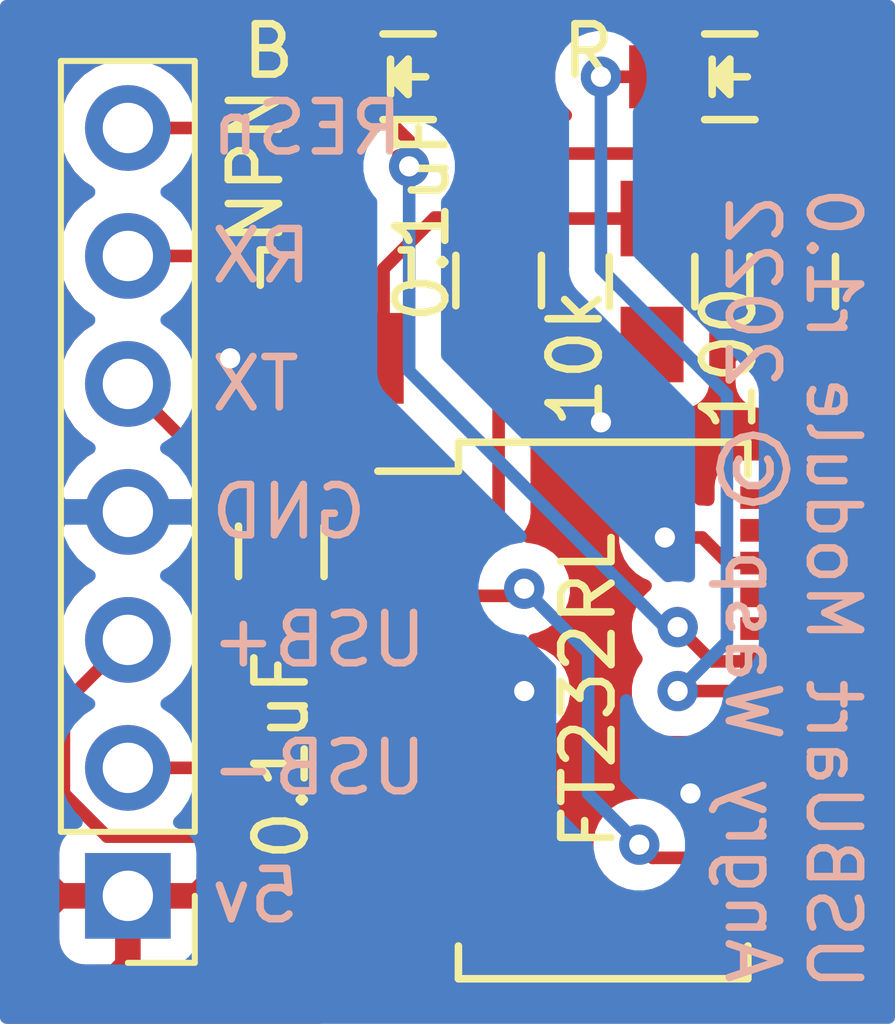
<source format=kicad_pcb>
(kicad_pcb (version 20171130) (host pcbnew "(5.1.12)-1")

  (general
    (thickness 1.6)
    (drawings 8)
    (tracks 111)
    (zones 0)
    (modules 9)
    (nets 25)
  )

  (page A4)
  (layers
    (0 F.Cu signal)
    (31 B.Cu signal)
    (32 B.Adhes user hide)
    (33 F.Adhes user hide)
    (34 B.Paste user hide)
    (35 F.Paste user hide)
    (36 B.SilkS user)
    (37 F.SilkS user)
    (38 B.Mask user)
    (39 F.Mask user)
    (40 Dwgs.User user hide)
    (41 Cmts.User user hide)
    (42 Eco1.User user hide)
    (43 Eco2.User user hide)
    (44 Edge.Cuts user)
    (45 Margin user hide)
    (46 B.CrtYd user)
    (47 F.CrtYd user)
    (48 B.Fab user hide)
    (49 F.Fab user hide)
  )

  (setup
    (last_trace_width 0.25)
    (user_trace_width 0.25)
    (user_trace_width 0.4)
    (user_trace_width 0.5)
    (trace_clearance 0.2)
    (zone_clearance 0.508)
    (zone_45_only no)
    (trace_min 0.2)
    (via_size 0.8)
    (via_drill 0.4)
    (via_min_size 0.4)
    (via_min_drill 0.3)
    (user_via 0.8 0.4)
    (user_via 1.2 0.6)
    (uvia_size 0.3)
    (uvia_drill 0.1)
    (uvias_allowed no)
    (uvia_min_size 0.2)
    (uvia_min_drill 0.1)
    (edge_width 0.1)
    (segment_width 0.2)
    (pcb_text_width 0.3)
    (pcb_text_size 1.5 1.5)
    (mod_edge_width 0.15)
    (mod_text_size 1 1)
    (mod_text_width 0.15)
    (pad_size 1.524 1.524)
    (pad_drill 0.762)
    (pad_to_mask_clearance 0)
    (aux_axis_origin 0 0)
    (visible_elements 7FFFFFFF)
    (pcbplotparams
      (layerselection 0x010fc_ffffffff)
      (usegerberextensions false)
      (usegerberattributes true)
      (usegerberadvancedattributes true)
      (creategerberjobfile true)
      (excludeedgelayer true)
      (linewidth 0.100000)
      (plotframeref false)
      (viasonmask false)
      (mode 1)
      (useauxorigin false)
      (hpglpennumber 1)
      (hpglpenspeed 20)
      (hpglpendiameter 15.000000)
      (psnegative false)
      (psa4output false)
      (plotreference true)
      (plotvalue true)
      (plotinvisibletext false)
      (padsonsilk false)
      (subtractmaskfromsilk false)
      (outputformat 1)
      (mirror false)
      (drillshape 1)
      (scaleselection 1)
      (outputdirectory ""))
  )

  (net 0 "")
  (net 1 GND)
  (net 2 "Net-(C10-Pad2)")
  (net 3 "Net-(C14-Pad1)")
  (net 4 "Net-(C14-Pad2)")
  (net 5 "Net-(D2-Pad2)")
  (net 6 "Net-(D2-Pad1)")
  (net 7 "Net-(D3-Pad1)")
  (net 8 RESn)
  (net 9 +5V)
  (net 10 RX)
  (net 11 "Net-(USB1-Pad3)")
  (net 12 TX)
  (net 13 "Net-(USB1-Pad6)")
  (net 14 "Net-(USB1-Pad9)")
  (net 15 "Net-(USB1-Pad10)")
  (net 16 "Net-(USB1-Pad11)")
  (net 17 "Net-(USB1-Pad12)")
  (net 18 "Net-(USB1-Pad13)")
  (net 19 "Net-(USB1-Pad14)")
  (net 20 "Net-(P1-Pad3)")
  (net 21 "Net-(P1-Pad2)")
  (net 22 "Net-(USB1-Pad19)")
  (net 23 "Net-(USB1-Pad27)")
  (net 24 "Net-(USB1-Pad28)")

  (net_class Default "This is the default net class."
    (clearance 0.2)
    (trace_width 0.25)
    (via_dia 0.8)
    (via_drill 0.4)
    (uvia_dia 0.3)
    (uvia_drill 0.1)
    (add_net +5V)
    (add_net GND)
    (add_net "Net-(C10-Pad2)")
    (add_net "Net-(C14-Pad1)")
    (add_net "Net-(C14-Pad2)")
    (add_net "Net-(D2-Pad1)")
    (add_net "Net-(D2-Pad2)")
    (add_net "Net-(D3-Pad1)")
    (add_net "Net-(P1-Pad2)")
    (add_net "Net-(P1-Pad3)")
    (add_net "Net-(USB1-Pad10)")
    (add_net "Net-(USB1-Pad11)")
    (add_net "Net-(USB1-Pad12)")
    (add_net "Net-(USB1-Pad13)")
    (add_net "Net-(USB1-Pad14)")
    (add_net "Net-(USB1-Pad19)")
    (add_net "Net-(USB1-Pad27)")
    (add_net "Net-(USB1-Pad28)")
    (add_net "Net-(USB1-Pad3)")
    (add_net "Net-(USB1-Pad6)")
    (add_net "Net-(USB1-Pad9)")
    (add_net RESn)
    (add_net RX)
    (add_net TX)
  )

  (net_class Power ""
    (clearance 0.2)
    (trace_width 0.5)
    (via_dia 1.2)
    (via_drill 0.6)
    (uvia_dia 0.3)
    (uvia_drill 0.1)
    (diff_pair_width 0.2)
    (diff_pair_gap 0.5)
  )

  (module General:LED_0805_HS (layer F.Cu) (tedit 618DB3CC) (tstamp 6308BE9C)
    (at 134.132 79.502)
    (descr "LED 0805 smd package")
    (tags "LED 0805 SMD")
    (path /62B5FBAA)
    (attr smd)
    (fp_text reference R (at -2.814 -0.508) (layer F.SilkS)
      (effects (font (size 1 1) (thickness 0.15)))
    )
    (fp_text value RED (at 0 2.1) (layer F.Fab)
      (effects (font (size 1 1) (thickness 0.15)))
    )
    (fp_line (start -0.4 -0.3) (end -0.4 0.3) (layer F.Fab) (width 0.15))
    (fp_line (start -0.3 0) (end 0 -0.3) (layer F.Fab) (width 0.15))
    (fp_line (start 0 0.3) (end -0.3 0) (layer F.Fab) (width 0.15))
    (fp_line (start 0 -0.3) (end 0 0.3) (layer F.Fab) (width 0.15))
    (fp_line (start 1 -0.6) (end -1 -0.6) (layer F.Fab) (width 0.15))
    (fp_line (start 1 0.6) (end 1 -0.6) (layer F.Fab) (width 0.15))
    (fp_line (start -1 0.6) (end 1 0.6) (layer F.Fab) (width 0.15))
    (fp_line (start -1 -0.6) (end -1 0.6) (layer F.Fab) (width 0.15))
    (fp_line (start -0.5 0.85) (end 0.5 0.85) (layer F.SilkS) (width 0.15))
    (fp_line (start -0.5 -0.85) (end 0.5 -0.85) (layer F.SilkS) (width 0.15))
    (fp_line (start -0.1 0.15) (end -0.1 -0.1) (layer F.SilkS) (width 0.15))
    (fp_line (start -0.1 -0.1) (end -0.25 0.05) (layer F.SilkS) (width 0.15))
    (fp_line (start -0.35 -0.35) (end -0.35 0.35) (layer F.SilkS) (width 0.15))
    (fp_line (start 0 0) (end 0.35 0) (layer F.SilkS) (width 0.15))
    (fp_line (start -0.35 0) (end 0 -0.35) (layer F.SilkS) (width 0.15))
    (fp_line (start 0 -0.35) (end 0 0.35) (layer F.SilkS) (width 0.15))
    (fp_line (start 0 0.35) (end -0.35 0) (layer F.SilkS) (width 0.15))
    (fp_line (start 2.3 -1) (end 2.3 1) (layer F.CrtYd) (width 0.05))
    (fp_line (start 2.3 1) (end -2.3 1) (layer F.CrtYd) (width 0.05))
    (fp_line (start -2.3 1) (end -2.3 -1) (layer F.CrtYd) (width 0.05))
    (fp_line (start -2.3 -1) (end 2.3 -1) (layer F.CrtYd) (width 0.05))
    (pad 1 smd rect (at -1.25 0 180) (size 1.5 1.25) (layers F.Cu F.Paste F.Mask)
      (net 7 "Net-(D3-Pad1)"))
    (pad 2 smd rect (at 1.25 0 180) (size 1.5 1.25) (layers F.Cu F.Paste F.Mask)
      (net 5 "Net-(D2-Pad2)"))
    (model LEDs.3dshapes/LED_0805.wrl
      (at (xyz 0 0 0))
      (scale (xyz 1 1 1))
      (rotate (xyz 0 0 0))
    )
  )

  (module General:0805_HS (layer F.Cu) (tedit 618DB3B6) (tstamp 6308BE5A)
    (at 125.222 88.92 270)
    (descr "Capacitor SMD 0805, hand soldering")
    (tags "capacitor 0805")
    (path /628EAF1F)
    (attr smd)
    (fp_text reference 0.1uF (at 4.044 0 90) (layer F.SilkS)
      (effects (font (size 1 1) (thickness 0.15)))
    )
    (fp_text value 0.1uF (at 0 2.1 90) (layer F.Fab)
      (effects (font (size 1 1) (thickness 0.15)))
    )
    (fp_line (start -0.5 0.85) (end 0.5 0.85) (layer F.SilkS) (width 0.15))
    (fp_line (start 0.5 -0.85) (end -0.5 -0.85) (layer F.SilkS) (width 0.15))
    (fp_line (start 2.3 -1) (end 2.3 1) (layer F.CrtYd) (width 0.05))
    (fp_line (start -2.3 -1) (end -2.3 1) (layer F.CrtYd) (width 0.05))
    (fp_line (start -2.3 1) (end 2.3 1) (layer F.CrtYd) (width 0.05))
    (fp_line (start -2.3 -1) (end 2.3 -1) (layer F.CrtYd) (width 0.05))
    (pad 1 smd rect (at -1.25 0 270) (size 1.5 1.25) (layers F.Cu F.Paste F.Mask)
      (net 1 GND))
    (pad 2 smd rect (at 1.25 0 270) (size 1.5 1.25) (layers F.Cu F.Paste F.Mask)
      (net 2 "Net-(C10-Pad2)"))
    (model Capacitors_SMD.3dshapes/C_0805_HandSoldering.wrl
      (at (xyz 0 0 0))
      (scale (xyz 1 1 1))
      (rotate (xyz 0 0 0))
    )
  )

  (module General:0805_HS (layer F.Cu) (tedit 618DB3B6) (tstamp 6308BE66)
    (at 129.54 83.546 90)
    (descr "Capacitor SMD 0805, hand soldering")
    (tags "capacitor 0805")
    (path /6285F321)
    (attr smd)
    (fp_text reference 0.1uF (at 1.25 -1.524 90) (layer F.SilkS)
      (effects (font (size 1 1) (thickness 0.15)))
    )
    (fp_text value 0.1uF (at 0 2.1 90) (layer F.Fab)
      (effects (font (size 1 1) (thickness 0.15)))
    )
    (fp_line (start -0.5 0.85) (end 0.5 0.85) (layer F.SilkS) (width 0.15))
    (fp_line (start 0.5 -0.85) (end -0.5 -0.85) (layer F.SilkS) (width 0.15))
    (fp_line (start 2.3 -1) (end 2.3 1) (layer F.CrtYd) (width 0.05))
    (fp_line (start -2.3 -1) (end -2.3 1) (layer F.CrtYd) (width 0.05))
    (fp_line (start -2.3 1) (end 2.3 1) (layer F.CrtYd) (width 0.05))
    (fp_line (start -2.3 -1) (end 2.3 -1) (layer F.CrtYd) (width 0.05))
    (pad 1 smd rect (at -1.25 0 90) (size 1.5 1.25) (layers F.Cu F.Paste F.Mask)
      (net 3 "Net-(C14-Pad1)"))
    (pad 2 smd rect (at 1.25 0 90) (size 1.5 1.25) (layers F.Cu F.Paste F.Mask)
      (net 4 "Net-(C14-Pad2)"))
    (model Capacitors_SMD.3dshapes/C_0805_HandSoldering.wrl
      (at (xyz 0 0 0))
      (scale (xyz 1 1 1))
      (rotate (xyz 0 0 0))
    )
  )

  (module General:LED_0805_HS (layer F.Cu) (tedit 618DB3CC) (tstamp 6308BE81)
    (at 127.742 79.502)
    (descr "LED 0805 smd package")
    (tags "LED 0805 SMD")
    (path /62B5D809)
    (attr smd)
    (fp_text reference B (at -2.774 -0.508) (layer F.SilkS)
      (effects (font (size 1 1) (thickness 0.15)))
    )
    (fp_text value BLUE (at 0 2.1) (layer F.Fab)
      (effects (font (size 1 1) (thickness 0.15)))
    )
    (fp_line (start -2.3 -1) (end 2.3 -1) (layer F.CrtYd) (width 0.05))
    (fp_line (start -2.3 1) (end -2.3 -1) (layer F.CrtYd) (width 0.05))
    (fp_line (start 2.3 1) (end -2.3 1) (layer F.CrtYd) (width 0.05))
    (fp_line (start 2.3 -1) (end 2.3 1) (layer F.CrtYd) (width 0.05))
    (fp_line (start 0 0.35) (end -0.35 0) (layer F.SilkS) (width 0.15))
    (fp_line (start 0 -0.35) (end 0 0.35) (layer F.SilkS) (width 0.15))
    (fp_line (start -0.35 0) (end 0 -0.35) (layer F.SilkS) (width 0.15))
    (fp_line (start 0 0) (end 0.35 0) (layer F.SilkS) (width 0.15))
    (fp_line (start -0.35 -0.35) (end -0.35 0.35) (layer F.SilkS) (width 0.15))
    (fp_line (start -0.1 -0.1) (end -0.25 0.05) (layer F.SilkS) (width 0.15))
    (fp_line (start -0.1 0.15) (end -0.1 -0.1) (layer F.SilkS) (width 0.15))
    (fp_line (start -0.5 -0.85) (end 0.5 -0.85) (layer F.SilkS) (width 0.15))
    (fp_line (start -0.5 0.85) (end 0.5 0.85) (layer F.SilkS) (width 0.15))
    (fp_line (start -1 -0.6) (end -1 0.6) (layer F.Fab) (width 0.15))
    (fp_line (start -1 0.6) (end 1 0.6) (layer F.Fab) (width 0.15))
    (fp_line (start 1 0.6) (end 1 -0.6) (layer F.Fab) (width 0.15))
    (fp_line (start 1 -0.6) (end -1 -0.6) (layer F.Fab) (width 0.15))
    (fp_line (start 0 -0.3) (end 0 0.3) (layer F.Fab) (width 0.15))
    (fp_line (start 0 0.3) (end -0.3 0) (layer F.Fab) (width 0.15))
    (fp_line (start -0.3 0) (end 0 -0.3) (layer F.Fab) (width 0.15))
    (fp_line (start -0.4 -0.3) (end -0.4 0.3) (layer F.Fab) (width 0.15))
    (pad 2 smd rect (at 1.25 0 180) (size 1.5 1.25) (layers F.Cu F.Paste F.Mask)
      (net 5 "Net-(D2-Pad2)"))
    (pad 1 smd rect (at -1.25 0 180) (size 1.5 1.25) (layers F.Cu F.Paste F.Mask)
      (net 6 "Net-(D2-Pad1)"))
    (model LEDs.3dshapes/LED_0805.wrl
      (at (xyz 0 0 0))
      (scale (xyz 1 1 1))
      (rotate (xyz 0 0 0))
    )
  )

  (module General:SOT-23_HS (layer F.Cu) (tedit 618DB3E2) (tstamp 6308BEA7)
    (at 126.304 83.58886)
    (descr "SOT-23, Handsoldering")
    (tags SOT-23)
    (path /62897E52)
    (attr smd)
    (fp_text reference NPN (at -1.59 -2.30886 90) (layer F.SilkS)
      (effects (font (size 1 1) (thickness 0.15)))
    )
    (fp_text value NPN (at 0 3.81) (layer F.Fab)
      (effects (font (size 1 1) (thickness 0.15)))
    )
    (fp_line (start 1.49982 -0.65024) (end 1.49982 0.0508) (layer F.SilkS) (width 0.15))
    (fp_line (start 1.29916 -0.65024) (end 1.49982 -0.65024) (layer F.SilkS) (width 0.15))
    (fp_line (start -1.49982 -0.65024) (end -1.2509 -0.65024) (layer F.SilkS) (width 0.15))
    (fp_line (start -1.49982 0.0508) (end -1.49982 -0.65024) (layer F.SilkS) (width 0.15))
    (pad 1 smd rect (at -0.95 1.50114) (size 0.8001 1.80086) (layers F.Cu F.Paste F.Mask)
      (net 1 GND))
    (pad 2 smd rect (at 0.95 1.50114) (size 0.8001 1.80086) (layers F.Cu F.Paste F.Mask)
      (net 4 "Net-(C14-Pad2)"))
    (pad 3 smd rect (at 0 -1.50114) (size 0.8001 1.80086) (layers F.Cu F.Paste F.Mask)
      (net 8 RESn))
    (model TO_SOT_Packages_SMD.3dshapes/SOT-23_Handsoldering.wrl
      (at (xyz 0 0 0))
      (scale (xyz 1 1 1))
      (rotate (xyz 0 0 0))
    )
  )

  (module General:0805_HS (layer F.Cu) (tedit 618DB3B6) (tstamp 6308BEB3)
    (at 135.382 83.566 90)
    (descr "Capacitor SMD 0805, hand soldering")
    (tags "capacitor 0805")
    (path /62BA8F14)
    (attr smd)
    (fp_text reference 100 (at -1.524 -1.27 90) (layer F.SilkS)
      (effects (font (size 1 1) (thickness 0.15)))
    )
    (fp_text value 100 (at 0 2.1 90) (layer F.Fab)
      (effects (font (size 1 1) (thickness 0.15)))
    )
    (fp_line (start -2.3 -1) (end 2.3 -1) (layer F.CrtYd) (width 0.05))
    (fp_line (start -2.3 1) (end 2.3 1) (layer F.CrtYd) (width 0.05))
    (fp_line (start -2.3 -1) (end -2.3 1) (layer F.CrtYd) (width 0.05))
    (fp_line (start 2.3 -1) (end 2.3 1) (layer F.CrtYd) (width 0.05))
    (fp_line (start 0.5 -0.85) (end -0.5 -0.85) (layer F.SilkS) (width 0.15))
    (fp_line (start -0.5 0.85) (end 0.5 0.85) (layer F.SilkS) (width 0.15))
    (pad 2 smd rect (at 1.25 0 90) (size 1.5 1.25) (layers F.Cu F.Paste F.Mask)
      (net 5 "Net-(D2-Pad2)"))
    (pad 1 smd rect (at -1.25 0 90) (size 1.5 1.25) (layers F.Cu F.Paste F.Mask)
      (net 9 +5V))
    (model Capacitors_SMD.3dshapes/C_0805_HandSoldering.wrl
      (at (xyz 0 0 0))
      (scale (xyz 1 1 1))
      (rotate (xyz 0 0 0))
    )
  )

  (module General:0805_HS (layer F.Cu) (tedit 618DB3B6) (tstamp 6308BEBF)
    (at 132.588 83.566 270)
    (descr "Capacitor SMD 0805, hand soldering")
    (tags "capacitor 0805")
    (path /628852E5)
    (attr smd)
    (fp_text reference 10k (at 1.524 1.524 90) (layer F.SilkS)
      (effects (font (size 1 1) (thickness 0.15)))
    )
    (fp_text value 10k (at 0 2.1 90) (layer F.Fab)
      (effects (font (size 1 1) (thickness 0.15)))
    )
    (fp_line (start -2.3 -1) (end 2.3 -1) (layer F.CrtYd) (width 0.05))
    (fp_line (start -2.3 1) (end 2.3 1) (layer F.CrtYd) (width 0.05))
    (fp_line (start -2.3 -1) (end -2.3 1) (layer F.CrtYd) (width 0.05))
    (fp_line (start 2.3 -1) (end 2.3 1) (layer F.CrtYd) (width 0.05))
    (fp_line (start 0.5 -0.85) (end -0.5 -0.85) (layer F.SilkS) (width 0.15))
    (fp_line (start -0.5 0.85) (end 0.5 0.85) (layer F.SilkS) (width 0.15))
    (pad 2 smd rect (at 1.25 0 270) (size 1.5 1.25) (layers F.Cu F.Paste F.Mask)
      (net 1 GND))
    (pad 1 smd rect (at -1.25 0 270) (size 1.5 1.25) (layers F.Cu F.Paste F.Mask)
      (net 4 "Net-(C14-Pad2)"))
    (model Capacitors_SMD.3dshapes/C_0805_HandSoldering.wrl
      (at (xyz 0 0 0))
      (scale (xyz 1 1 1))
      (rotate (xyz 0 0 0))
    )
  )

  (module Package_SO:SSOP-28_5.3x10.2mm_P0.65mm (layer F.Cu) (tedit 5A02F25C) (tstamp 6308BEF0)
    (at 131.616 92.079)
    (descr "28-Lead Plastic Shrink Small Outline (SS)-5.30 mm Body [SSOP] (see Microchip Packaging Specification 00000049BS.pdf)")
    (tags "SSOP 0.65")
    (path /61A1346F)
    (attr smd)
    (fp_text reference FT232RL (at -0.298 -0.385 90) (layer F.SilkS)
      (effects (font (size 1 1) (thickness 0.15)))
    )
    (fp_text value FT232L (at 0 6.25) (layer F.Fab)
      (effects (font (size 1 1) (thickness 0.15)))
    )
    (fp_line (start -1.65 -5.1) (end 2.65 -5.1) (layer F.Fab) (width 0.15))
    (fp_line (start 2.65 -5.1) (end 2.65 5.1) (layer F.Fab) (width 0.15))
    (fp_line (start 2.65 5.1) (end -2.65 5.1) (layer F.Fab) (width 0.15))
    (fp_line (start -2.65 5.1) (end -2.65 -4.1) (layer F.Fab) (width 0.15))
    (fp_line (start -2.65 -4.1) (end -1.65 -5.1) (layer F.Fab) (width 0.15))
    (fp_line (start -4.75 -5.5) (end -4.75 5.5) (layer F.CrtYd) (width 0.05))
    (fp_line (start 4.75 -5.5) (end 4.75 5.5) (layer F.CrtYd) (width 0.05))
    (fp_line (start -4.75 -5.5) (end 4.75 -5.5) (layer F.CrtYd) (width 0.05))
    (fp_line (start -4.75 5.5) (end 4.75 5.5) (layer F.CrtYd) (width 0.05))
    (fp_line (start -2.875 -5.325) (end -2.875 -4.75) (layer F.SilkS) (width 0.15))
    (fp_line (start 2.875 -5.325) (end 2.875 -4.675) (layer F.SilkS) (width 0.15))
    (fp_line (start 2.875 5.325) (end 2.875 4.675) (layer F.SilkS) (width 0.15))
    (fp_line (start -2.875 5.325) (end -2.875 4.675) (layer F.SilkS) (width 0.15))
    (fp_line (start -2.875 -5.325) (end 2.875 -5.325) (layer F.SilkS) (width 0.15))
    (fp_line (start -2.875 5.325) (end 2.875 5.325) (layer F.SilkS) (width 0.15))
    (fp_line (start -2.875 -4.75) (end -4.475 -4.75) (layer F.SilkS) (width 0.15))
    (fp_text user %R (at 0 0) (layer F.Fab)
      (effects (font (size 0.8 0.8) (thickness 0.15)))
    )
    (pad 1 smd rect (at -3.6 -4.225) (size 1.75 0.45) (layers F.Cu F.Paste F.Mask)
      (net 10 RX))
    (pad 2 smd rect (at -3.6 -3.575) (size 1.75 0.45) (layers F.Cu F.Paste F.Mask)
      (net 3 "Net-(C14-Pad1)"))
    (pad 3 smd rect (at -3.6 -2.925) (size 1.75 0.45) (layers F.Cu F.Paste F.Mask)
      (net 11 "Net-(USB1-Pad3)"))
    (pad 4 smd rect (at -3.6 -2.275) (size 1.75 0.45) (layers F.Cu F.Paste F.Mask)
      (net 2 "Net-(C10-Pad2)"))
    (pad 5 smd rect (at -3.6 -1.625) (size 1.75 0.45) (layers F.Cu F.Paste F.Mask)
      (net 12 TX))
    (pad 6 smd rect (at -3.6 -0.975) (size 1.75 0.45) (layers F.Cu F.Paste F.Mask)
      (net 13 "Net-(USB1-Pad6)"))
    (pad 7 smd rect (at -3.6 -0.325) (size 1.75 0.45) (layers F.Cu F.Paste F.Mask)
      (net 1 GND))
    (pad 8 smd rect (at -3.6 0.325) (size 1.75 0.45) (layers F.Cu F.Paste F.Mask))
    (pad 9 smd rect (at -3.6 0.975) (size 1.75 0.45) (layers F.Cu F.Paste F.Mask)
      (net 14 "Net-(USB1-Pad9)"))
    (pad 10 smd rect (at -3.6 1.625) (size 1.75 0.45) (layers F.Cu F.Paste F.Mask)
      (net 15 "Net-(USB1-Pad10)"))
    (pad 11 smd rect (at -3.6 2.275) (size 1.75 0.45) (layers F.Cu F.Paste F.Mask)
      (net 16 "Net-(USB1-Pad11)"))
    (pad 12 smd rect (at -3.6 2.925) (size 1.75 0.45) (layers F.Cu F.Paste F.Mask)
      (net 17 "Net-(USB1-Pad12)"))
    (pad 13 smd rect (at -3.6 3.575) (size 1.75 0.45) (layers F.Cu F.Paste F.Mask)
      (net 18 "Net-(USB1-Pad13)"))
    (pad 14 smd rect (at -3.6 4.225) (size 1.75 0.45) (layers F.Cu F.Paste F.Mask)
      (net 19 "Net-(USB1-Pad14)"))
    (pad 15 smd rect (at 3.6 4.225) (size 1.75 0.45) (layers F.Cu F.Paste F.Mask)
      (net 20 "Net-(P1-Pad3)"))
    (pad 16 smd rect (at 3.6 3.575) (size 1.75 0.45) (layers F.Cu F.Paste F.Mask)
      (net 21 "Net-(P1-Pad2)"))
    (pad 17 smd rect (at 3.6 2.925) (size 1.75 0.45) (layers F.Cu F.Paste F.Mask)
      (net 2 "Net-(C10-Pad2)"))
    (pad 18 smd rect (at 3.6 2.275) (size 1.75 0.45) (layers F.Cu F.Paste F.Mask)
      (net 1 GND))
    (pad 19 smd rect (at 3.6 1.625) (size 1.75 0.45) (layers F.Cu F.Paste F.Mask)
      (net 22 "Net-(USB1-Pad19)"))
    (pad 20 smd rect (at 3.6 0.975) (size 1.75 0.45) (layers F.Cu F.Paste F.Mask)
      (net 9 +5V))
    (pad 21 smd rect (at 3.6 0.325) (size 1.75 0.45) (layers F.Cu F.Paste F.Mask)
      (net 1 GND))
    (pad 22 smd rect (at 3.6 -0.325) (size 1.75 0.45) (layers F.Cu F.Paste F.Mask)
      (net 7 "Net-(D3-Pad1)"))
    (pad 23 smd rect (at 3.6 -0.975) (size 1.75 0.45) (layers F.Cu F.Paste F.Mask)
      (net 6 "Net-(D2-Pad1)"))
    (pad 24 smd rect (at 3.6 -1.625) (size 1.75 0.45) (layers F.Cu F.Paste F.Mask))
    (pad 25 smd rect (at 3.6 -2.275) (size 1.75 0.45) (layers F.Cu F.Paste F.Mask)
      (net 1 GND))
    (pad 26 smd rect (at 3.6 -2.925) (size 1.75 0.45) (layers F.Cu F.Paste F.Mask)
      (net 1 GND))
    (pad 27 smd rect (at 3.6 -3.575) (size 1.75 0.45) (layers F.Cu F.Paste F.Mask)
      (net 23 "Net-(USB1-Pad27)"))
    (pad 28 smd rect (at 3.6 -4.225) (size 1.75 0.45) (layers F.Cu F.Paste F.Mask)
      (net 24 "Net-(USB1-Pad28)"))
    (model ${KISYS3DMOD}/Package_SO.3dshapes/SSOP-28_5.3x10.2mm_P0.65mm.wrl
      (at (xyz 0 0 0))
      (scale (xyz 1 1 1))
      (rotate (xyz 0 0 0))
    )
  )

  (module Connector_PinHeader_2.54mm:PinHeader_1x07_P2.54mm_Vertical (layer F.Cu) (tedit 59FED5CC) (tstamp 6308C2D3)
    (at 122.174 95.758 180)
    (descr "Through hole straight pin header, 1x07, 2.54mm pitch, single row")
    (tags "Through hole pin header THT 1x07 2.54mm single row")
    (path /630BD4F6)
    (fp_text reference P1 (at 0 -2.33) (layer F.SilkS) hide
      (effects (font (size 1 1) (thickness 0.15)))
    )
    (fp_text value CONN_01X07 (at 0 17.57) (layer F.Fab)
      (effects (font (size 1 1) (thickness 0.15)))
    )
    (fp_line (start -0.635 -1.27) (end 1.27 -1.27) (layer F.Fab) (width 0.1))
    (fp_line (start 1.27 -1.27) (end 1.27 16.51) (layer F.Fab) (width 0.1))
    (fp_line (start 1.27 16.51) (end -1.27 16.51) (layer F.Fab) (width 0.1))
    (fp_line (start -1.27 16.51) (end -1.27 -0.635) (layer F.Fab) (width 0.1))
    (fp_line (start -1.27 -0.635) (end -0.635 -1.27) (layer F.Fab) (width 0.1))
    (fp_line (start -1.33 16.57) (end 1.33 16.57) (layer F.SilkS) (width 0.12))
    (fp_line (start -1.33 1.27) (end -1.33 16.57) (layer F.SilkS) (width 0.12))
    (fp_line (start 1.33 1.27) (end 1.33 16.57) (layer F.SilkS) (width 0.12))
    (fp_line (start -1.33 1.27) (end 1.33 1.27) (layer F.SilkS) (width 0.12))
    (fp_line (start -1.33 0) (end -1.33 -1.33) (layer F.SilkS) (width 0.12))
    (fp_line (start -1.33 -1.33) (end 0 -1.33) (layer F.SilkS) (width 0.12))
    (fp_line (start -1.8 -1.8) (end -1.8 17.05) (layer F.CrtYd) (width 0.05))
    (fp_line (start -1.8 17.05) (end 1.8 17.05) (layer F.CrtYd) (width 0.05))
    (fp_line (start 1.8 17.05) (end 1.8 -1.8) (layer F.CrtYd) (width 0.05))
    (fp_line (start 1.8 -1.8) (end -1.8 -1.8) (layer F.CrtYd) (width 0.05))
    (fp_text user %R (at 0 7.62 90) (layer F.Fab)
      (effects (font (size 1 1) (thickness 0.15)))
    )
    (pad 1 thru_hole rect (at 0 0 180) (size 1.7 1.7) (drill 1) (layers *.Cu *.Mask)
      (net 9 +5V))
    (pad 2 thru_hole oval (at 0 2.54 180) (size 1.7 1.7) (drill 1) (layers *.Cu *.Mask)
      (net 21 "Net-(P1-Pad2)"))
    (pad 3 thru_hole oval (at 0 5.08 180) (size 1.7 1.7) (drill 1) (layers *.Cu *.Mask)
      (net 20 "Net-(P1-Pad3)"))
    (pad 4 thru_hole oval (at 0 7.62 180) (size 1.7 1.7) (drill 1) (layers *.Cu *.Mask)
      (net 1 GND))
    (pad 5 thru_hole oval (at 0 10.16 180) (size 1.7 1.7) (drill 1) (layers *.Cu *.Mask)
      (net 12 TX))
    (pad 6 thru_hole oval (at 0 12.7 180) (size 1.7 1.7) (drill 1) (layers *.Cu *.Mask)
      (net 10 RX))
    (pad 7 thru_hole oval (at 0 15.24 180) (size 1.7 1.7) (drill 1) (layers *.Cu *.Mask)
      (net 8 RESn))
    (model ${KISYS3DMOD}/Connector_PinHeader_2.54mm.3dshapes/PinHeader_1x07_P2.54mm_Vertical.wrl
      (at (xyz 0 0 0))
      (scale (xyz 1 1 1))
      (rotate (xyz 0 0 0))
    )
  )

  (gr_text "USBUart Module r1.0\nAngry Wasp © 2022" (at 135.382 89.662 -90) (layer B.SilkS)
    (effects (font (size 1 1) (thickness 0.15)) (justify mirror))
  )
  (gr_text 5v (at 124.706191 95.758) (layer B.SilkS)
    (effects (font (size 1 1) (thickness 0.15)) (justify mirror))
  )
  (gr_text USB- (at 125.968095 93.218) (layer B.SilkS)
    (effects (font (size 1 1) (thickness 0.15)) (justify mirror))
  )
  (gr_text USB+ (at 125.968095 90.678) (layer B.SilkS)
    (effects (font (size 1 1) (thickness 0.15)) (justify mirror))
  )
  (gr_text GND (at 125.372857 88.138) (layer B.SilkS)
    (effects (font (size 1 1) (thickness 0.15)) (justify mirror))
  )
  (gr_text TX (at 124.706191 85.598) (layer B.SilkS)
    (effects (font (size 1 1) (thickness 0.15)) (justify mirror))
  )
  (gr_text RX (at 124.825238 83.058) (layer B.SilkS)
    (effects (font (size 1 1) (thickness 0.15)) (justify mirror))
  )
  (gr_text RESn (at 125.73 80.518) (layer B.SilkS)
    (effects (font (size 1 1) (thickness 0.15)) (justify mirror))
  )

  (segment (start 135.216 89.154) (end 135.216 89.804) (width 0.25) (layer F.Cu) (net 1))
  (via (at 132.842 88.646) (size 0.8) (drill 0.4) (layers F.Cu B.Cu) (net 1))
  (segment (start 133.978 94.354) (end 133.35 93.726) (width 0.25) (layer F.Cu) (net 1))
  (via (at 133.35 93.726) (size 0.8) (drill 0.4) (layers F.Cu B.Cu) (net 1))
  (segment (start 135.216 94.354) (end 133.978 94.354) (width 0.25) (layer F.Cu) (net 1))
  (segment (start 125.222 85.222) (end 125.354 85.09) (width 0.25) (layer F.Cu) (net 1))
  (segment (start 125.222 87.67) (end 125.222 85.222) (width 0.25) (layer F.Cu) (net 1))
  (via (at 124.206 85.09) (size 0.8) (drill 0.4) (layers F.Cu B.Cu) (net 1))
  (via (at 130.048 91.694) (size 0.8) (drill 0.4) (layers F.Cu B.Cu) (net 1))
  (segment (start 132.334 84.816) (end 132.334 85.598) (width 0.25) (layer F.Cu) (net 1))
  (via (at 131.572 86.36) (size 0.8) (drill 0.4) (layers F.Cu B.Cu) (net 1))
  (segment (start 132.334 85.598) (end 131.572 86.36) (width 0.25) (layer F.Cu) (net 1))
  (segment (start 124.206 85.09) (end 125.354 85.09) (width 0.25) (layer F.Cu) (net 1))
  (segment (start 129.988 91.754) (end 130.048 91.694) (width 0.25) (layer F.Cu) (net 1))
  (segment (start 128.016 91.754) (end 129.988 91.754) (width 0.25) (layer F.Cu) (net 1))
  (segment (start 136.232195 92.404) (end 135.216 92.404) (width 0.25) (layer F.Cu) (net 1))
  (segment (start 136.532 92.703805) (end 136.232195 92.404) (width 0.25) (layer F.Cu) (net 1))
  (segment (start 136.398 89.154) (end 135.216 89.154) (width 0.25) (layer F.Cu) (net 1))
  (segment (start 136.532 89.288) (end 136.398 89.154) (width 0.25) (layer F.Cu) (net 1))
  (segment (start 135.216 92.404) (end 136.21 92.404) (width 0.25) (layer F.Cu) (net 1))
  (segment (start 136.532 92.082) (end 136.532 89.288) (width 0.25) (layer F.Cu) (net 1))
  (segment (start 136.532 92.322) (end 136.292 92.322) (width 0.25) (layer F.Cu) (net 1))
  (segment (start 136.292 92.322) (end 136.278 92.336) (width 0.25) (layer F.Cu) (net 1))
  (segment (start 136.278 92.336) (end 136.532 92.082) (width 0.25) (layer F.Cu) (net 1))
  (segment (start 136.532 92.703805) (end 136.532 92.322) (width 0.25) (layer F.Cu) (net 1))
  (segment (start 136.21 92.404) (end 136.278 92.336) (width 0.25) (layer F.Cu) (net 1))
  (segment (start 136.532 92.322) (end 136.532 92.082) (width 0.25) (layer F.Cu) (net 1))
  (segment (start 136.278 94.354) (end 135.216 94.354) (width 0.25) (layer F.Cu) (net 1))
  (segment (start 136.532 94.1) (end 136.278 94.354) (width 0.25) (layer F.Cu) (net 1))
  (segment (start 136.532 92.703805) (end 136.532 94.1) (width 0.25) (layer F.Cu) (net 1))
  (segment (start 133.583 88.646) (end 133.35 88.646) (width 0.25) (layer F.Cu) (net 1))
  (segment (start 134.091 89.154) (end 133.583 88.646) (width 0.25) (layer F.Cu) (net 1))
  (segment (start 135.216 89.154) (end 134.091 89.154) (width 0.25) (layer F.Cu) (net 1))
  (segment (start 125.222 90.17) (end 125.984 90.17) (width 0.25) (layer F.Cu) (net 2))
  (segment (start 126.35 89.804) (end 128.016 89.804) (width 0.25) (layer F.Cu) (net 2))
  (segment (start 125.984 90.17) (end 126.35 89.804) (width 0.25) (layer F.Cu) (net 2))
  (segment (start 135.216 95.004) (end 132.596 95.004) (width 0.25) (layer F.Cu) (net 2))
  (via (at 132.334 94.742) (size 0.8) (drill 0.4) (layers F.Cu B.Cu) (net 2))
  (segment (start 132.596 95.004) (end 132.334 94.742) (width 0.25) (layer F.Cu) (net 2))
  (segment (start 132.334 94.742) (end 131.318 93.726) (width 0.25) (layer B.Cu) (net 2))
  (segment (start 131.318 93.726) (end 131.318 90.932) (width 0.25) (layer B.Cu) (net 2))
  (via (at 130.048 89.662) (size 0.8) (drill 0.4) (layers F.Cu B.Cu) (net 2))
  (segment (start 131.318 90.932) (end 130.048 89.662) (width 0.25) (layer B.Cu) (net 2))
  (segment (start 129.906 89.804) (end 128.016 89.804) (width 0.25) (layer F.Cu) (net 2))
  (segment (start 130.048 89.662) (end 129.906 89.804) (width 0.25) (layer F.Cu) (net 2))
  (segment (start 128.016 88.504) (end 129.174 88.504) (width 0.25) (layer F.Cu) (net 3))
  (segment (start 129.54 88.138) (end 129.54 84.796) (width 0.25) (layer F.Cu) (net 3))
  (segment (start 129.174 88.504) (end 129.54 88.138) (width 0.25) (layer F.Cu) (net 3))
  (segment (start 129.56 82.316) (end 129.54 82.296) (width 0.25) (layer F.Cu) (net 4))
  (segment (start 132.334 82.316) (end 129.56 82.316) (width 0.25) (layer F.Cu) (net 4))
  (segment (start 127.254 85.09) (end 127.254 83.312) (width 0.25) (layer F.Cu) (net 4))
  (segment (start 128.27 82.296) (end 129.54 82.296) (width 0.25) (layer F.Cu) (net 4))
  (segment (start 127.254 83.312) (end 128.27 82.296) (width 0.25) (layer F.Cu) (net 4))
  (segment (start 135.382 82.316) (end 135.382 79.502) (width 0.25) (layer F.Cu) (net 5))
  (segment (start 130.516 81.026) (end 128.992 79.502) (width 0.25) (layer F.Cu) (net 5))
  (segment (start 133.858 81.026) (end 130.516 81.026) (width 0.25) (layer F.Cu) (net 5))
  (segment (start 135.382 79.502) (end 133.858 81.026) (width 0.25) (layer F.Cu) (net 5))
  (via (at 127.762 81.28) (size 0.8) (drill 0.4) (layers F.Cu B.Cu) (net 6))
  (segment (start 127.548 81.066) (end 127.762 81.28) (width 0.25) (layer F.Cu) (net 6))
  (via (at 133.096 90.424) (size 0.8) (drill 0.4) (layers F.Cu B.Cu) (net 6))
  (segment (start 133.776 91.104) (end 135.216 91.104) (width 0.25) (layer F.Cu) (net 6))
  (segment (start 133.096 90.424) (end 133.776 91.104) (width 0.25) (layer F.Cu) (net 6))
  (segment (start 127.762 85.344) (end 127.762 81.28) (width 0.25) (layer B.Cu) (net 6))
  (segment (start 132.842 90.424) (end 127.762 85.344) (width 0.25) (layer B.Cu) (net 6))
  (segment (start 133.096 90.424) (end 132.842 90.424) (width 0.25) (layer B.Cu) (net 6))
  (segment (start 127.762 80.772) (end 126.492 79.502) (width 0.25) (layer F.Cu) (net 6))
  (segment (start 127.762 81.28) (end 127.762 80.772) (width 0.25) (layer F.Cu) (net 6))
  (segment (start 132.882 79.502) (end 131.572 79.502) (width 0.25) (layer F.Cu) (net 7))
  (via (at 131.572 79.502) (size 0.8) (drill 0.4) (layers F.Cu B.Cu) (net 7))
  (segment (start 131.572 79.502) (end 131.572 83.312) (width 0.25) (layer B.Cu) (net 7))
  (segment (start 131.572 83.312) (end 134.075001 85.815001) (width 0.25) (layer B.Cu) (net 7))
  (via (at 133.096 91.694) (size 0.8) (drill 0.4) (layers F.Cu B.Cu) (net 7))
  (segment (start 135.156 91.694) (end 135.216 91.754) (width 0.25) (layer F.Cu) (net 7))
  (segment (start 133.096 91.694) (end 135.156 91.694) (width 0.25) (layer F.Cu) (net 7))
  (segment (start 134.075001 90.714999) (end 134.075001 89.625001) (width 0.25) (layer B.Cu) (net 7))
  (segment (start 133.096 91.694) (end 134.075001 90.714999) (width 0.25) (layer B.Cu) (net 7))
  (segment (start 134.075001 85.815001) (end 134.075001 89.625001) (width 0.25) (layer B.Cu) (net 7))
  (segment (start 126.304 82.08772) (end 125.26772 82.08772) (width 0.25) (layer F.Cu) (net 8))
  (segment (start 123.698 80.518) (end 122.174 80.518) (width 0.25) (layer F.Cu) (net 8))
  (segment (start 125.26772 82.08772) (end 123.698 80.518) (width 0.25) (layer F.Cu) (net 8))
  (segment (start 133.747 92.71) (end 132.588 92.71) (width 0.25) (layer F.Cu) (net 9))
  (segment (start 134.091 93.054) (end 133.747 92.71) (width 0.25) (layer F.Cu) (net 9))
  (segment (start 135.216 93.054) (end 134.091 93.054) (width 0.25) (layer F.Cu) (net 9))
  (segment (start 128.016 87.854) (end 127.732 87.854) (width 0.25) (layer F.Cu) (net 10))
  (segment (start 127.732 87.854) (end 126.238 86.36) (width 0.25) (layer F.Cu) (net 10))
  (segment (start 126.238 86.36) (end 126.238 84.074) (width 0.25) (layer F.Cu) (net 10))
  (segment (start 125.222 83.058) (end 122.174 83.058) (width 0.25) (layer F.Cu) (net 10))
  (segment (start 126.238 84.074) (end 125.222 83.058) (width 0.25) (layer F.Cu) (net 10))
  (segment (start 126.980998 90.454) (end 128.016 90.454) (width 0.25) (layer F.Cu) (net 12))
  (segment (start 125.740998 91.694) (end 126.980998 90.454) (width 0.25) (layer F.Cu) (net 12))
  (segment (start 124.46 91.694) (end 125.740998 91.694) (width 0.25) (layer F.Cu) (net 12))
  (segment (start 123.698 90.932) (end 124.46 91.694) (width 0.25) (layer F.Cu) (net 12))
  (segment (start 123.698 87.122) (end 123.698 90.932) (width 0.25) (layer F.Cu) (net 12))
  (segment (start 122.174 85.598) (end 123.698 87.122) (width 0.25) (layer F.Cu) (net 12))
  (segment (start 122.174 90.678) (end 120.904 91.948) (width 0.25) (layer F.Cu) (net 20))
  (segment (start 120.904 91.948) (end 120.904 93.726) (width 0.25) (layer F.Cu) (net 20))
  (segment (start 121.760999 94.582999) (end 125.062999 94.582999) (width 0.25) (layer F.Cu) (net 20))
  (segment (start 120.904 93.726) (end 121.760999 94.582999) (width 0.25) (layer F.Cu) (net 20))
  (segment (start 126.3056 97.47801) (end 132.012401 97.478009) (width 0.25) (layer F.Cu) (net 20))
  (segment (start 125.279991 96.452401) (end 126.3056 97.47801) (width 0.25) (layer F.Cu) (net 20))
  (segment (start 125.27999 94.79999) (end 125.279991 96.452401) (width 0.25) (layer F.Cu) (net 20))
  (segment (start 125.062999 94.582999) (end 125.27999 94.79999) (width 0.25) (layer F.Cu) (net 20))
  (segment (start 133.18641 96.304) (end 135.216 96.304) (width 0.25) (layer F.Cu) (net 20))
  (segment (start 132.012401 97.478009) (end 133.18641 96.304) (width 0.25) (layer F.Cu) (net 20))
  (segment (start 124.46 93.218) (end 122.174 93.218) (width 0.25) (layer F.Cu) (net 21))
  (segment (start 125.73 94.488) (end 124.46 93.218) (width 0.25) (layer F.Cu) (net 21))
  (segment (start 126.492 97.028) (end 125.73 96.266) (width 0.25) (layer F.Cu) (net 21))
  (segment (start 131.826 97.028) (end 126.492 97.028) (width 0.25) (layer F.Cu) (net 21))
  (segment (start 133.2 95.654) (end 131.826 97.028) (width 0.25) (layer F.Cu) (net 21))
  (segment (start 125.73 96.266) (end 125.73 94.488) (width 0.25) (layer F.Cu) (net 21))
  (segment (start 135.216 95.654) (end 133.2 95.654) (width 0.25) (layer F.Cu) (net 21))

  (zone (net 1) (net_name GND) (layer B.Cu) (tstamp 0) (hatch edge 0.508)
    (connect_pads (clearance 0.508))
    (min_thickness 0.254)
    (fill yes (arc_segments 32) (thermal_gap 0.508) (thermal_bridge_width 0.508))
    (polygon
      (pts
        (xy 137.414 77.978) (xy 137.414 98.298) (xy 119.634 98.298) (xy 119.634 77.978)
      )
    )
    (filled_polygon
      (pts
        (xy 137.287 98.171) (xy 119.761 98.171) (xy 119.761 94.908) (xy 120.685928 94.908) (xy 120.685928 96.608)
        (xy 120.698188 96.732482) (xy 120.734498 96.85218) (xy 120.793463 96.962494) (xy 120.872815 97.059185) (xy 120.969506 97.138537)
        (xy 121.07982 97.197502) (xy 121.199518 97.233812) (xy 121.324 97.246072) (xy 123.024 97.246072) (xy 123.148482 97.233812)
        (xy 123.26818 97.197502) (xy 123.378494 97.138537) (xy 123.475185 97.059185) (xy 123.554537 96.962494) (xy 123.613502 96.85218)
        (xy 123.649812 96.732482) (xy 123.662072 96.608) (xy 123.662072 94.908) (xy 123.649812 94.783518) (xy 123.613502 94.66382)
        (xy 123.554537 94.553506) (xy 123.475185 94.456815) (xy 123.378494 94.377463) (xy 123.26818 94.318498) (xy 123.19562 94.296487)
        (xy 123.327475 94.164632) (xy 123.48999 93.921411) (xy 123.601932 93.651158) (xy 123.659 93.36426) (xy 123.659 93.07174)
        (xy 123.601932 92.784842) (xy 123.48999 92.514589) (xy 123.327475 92.271368) (xy 123.120632 92.064525) (xy 122.94624 91.948)
        (xy 123.120632 91.831475) (xy 123.327475 91.624632) (xy 123.48999 91.381411) (xy 123.601932 91.111158) (xy 123.659 90.82426)
        (xy 123.659 90.53174) (xy 123.601932 90.244842) (xy 123.48999 89.974589) (xy 123.327475 89.731368) (xy 123.120632 89.524525)
        (xy 122.938466 89.402805) (xy 123.055355 89.333178) (xy 123.271588 89.138269) (xy 123.445641 88.90492) (xy 123.570825 88.642099)
        (xy 123.615476 88.49489) (xy 123.494155 88.265) (xy 122.301 88.265) (xy 122.301 88.285) (xy 122.047 88.285)
        (xy 122.047 88.265) (xy 120.853845 88.265) (xy 120.732524 88.49489) (xy 120.777175 88.642099) (xy 120.902359 88.90492)
        (xy 121.076412 89.138269) (xy 121.292645 89.333178) (xy 121.409534 89.402805) (xy 121.227368 89.524525) (xy 121.020525 89.731368)
        (xy 120.85801 89.974589) (xy 120.746068 90.244842) (xy 120.689 90.53174) (xy 120.689 90.82426) (xy 120.746068 91.111158)
        (xy 120.85801 91.381411) (xy 121.020525 91.624632) (xy 121.227368 91.831475) (xy 121.40176 91.948) (xy 121.227368 92.064525)
        (xy 121.020525 92.271368) (xy 120.85801 92.514589) (xy 120.746068 92.784842) (xy 120.689 93.07174) (xy 120.689 93.36426)
        (xy 120.746068 93.651158) (xy 120.85801 93.921411) (xy 121.020525 94.164632) (xy 121.15238 94.296487) (xy 121.07982 94.318498)
        (xy 120.969506 94.377463) (xy 120.872815 94.456815) (xy 120.793463 94.553506) (xy 120.734498 94.66382) (xy 120.698188 94.783518)
        (xy 120.685928 94.908) (xy 119.761 94.908) (xy 119.761 80.37174) (xy 120.689 80.37174) (xy 120.689 80.66426)
        (xy 120.746068 80.951158) (xy 120.85801 81.221411) (xy 121.020525 81.464632) (xy 121.227368 81.671475) (xy 121.40176 81.788)
        (xy 121.227368 81.904525) (xy 121.020525 82.111368) (xy 120.85801 82.354589) (xy 120.746068 82.624842) (xy 120.689 82.91174)
        (xy 120.689 83.20426) (xy 120.746068 83.491158) (xy 120.85801 83.761411) (xy 121.020525 84.004632) (xy 121.227368 84.211475)
        (xy 121.40176 84.328) (xy 121.227368 84.444525) (xy 121.020525 84.651368) (xy 120.85801 84.894589) (xy 120.746068 85.164842)
        (xy 120.689 85.45174) (xy 120.689 85.74426) (xy 120.746068 86.031158) (xy 120.85801 86.301411) (xy 121.020525 86.544632)
        (xy 121.227368 86.751475) (xy 121.409534 86.873195) (xy 121.292645 86.942822) (xy 121.076412 87.137731) (xy 120.902359 87.37108)
        (xy 120.777175 87.633901) (xy 120.732524 87.78111) (xy 120.853845 88.011) (xy 122.047 88.011) (xy 122.047 87.991)
        (xy 122.301 87.991) (xy 122.301 88.011) (xy 123.494155 88.011) (xy 123.615476 87.78111) (xy 123.570825 87.633901)
        (xy 123.445641 87.37108) (xy 123.271588 87.137731) (xy 123.055355 86.942822) (xy 122.938466 86.873195) (xy 123.120632 86.751475)
        (xy 123.327475 86.544632) (xy 123.48999 86.301411) (xy 123.601932 86.031158) (xy 123.659 85.74426) (xy 123.659 85.45174)
        (xy 123.601932 85.164842) (xy 123.48999 84.894589) (xy 123.327475 84.651368) (xy 123.120632 84.444525) (xy 122.94624 84.328)
        (xy 123.120632 84.211475) (xy 123.327475 84.004632) (xy 123.48999 83.761411) (xy 123.601932 83.491158) (xy 123.659 83.20426)
        (xy 123.659 82.91174) (xy 123.601932 82.624842) (xy 123.48999 82.354589) (xy 123.327475 82.111368) (xy 123.120632 81.904525)
        (xy 122.94624 81.788) (xy 123.120632 81.671475) (xy 123.327475 81.464632) (xy 123.48999 81.221411) (xy 123.507946 81.178061)
        (xy 126.727 81.178061) (xy 126.727 81.381939) (xy 126.766774 81.581898) (xy 126.844795 81.770256) (xy 126.958063 81.939774)
        (xy 127.002001 81.983712) (xy 127.002 85.306677) (xy 126.998324 85.344) (xy 127.002 85.381322) (xy 127.002 85.381332)
        (xy 127.012997 85.492985) (xy 127.056454 85.636246) (xy 127.127026 85.768276) (xy 127.134735 85.777669) (xy 127.221999 85.884001)
        (xy 127.251003 85.907804) (xy 129.970198 88.627) (xy 129.946061 88.627) (xy 129.746102 88.666774) (xy 129.557744 88.744795)
        (xy 129.388226 88.858063) (xy 129.244063 89.002226) (xy 129.130795 89.171744) (xy 129.052774 89.360102) (xy 129.013 89.560061)
        (xy 129.013 89.763939) (xy 129.052774 89.963898) (xy 129.130795 90.152256) (xy 129.244063 90.321774) (xy 129.388226 90.465937)
        (xy 129.557744 90.579205) (xy 129.746102 90.657226) (xy 129.946061 90.697) (xy 130.008199 90.697) (xy 130.558001 91.246803)
        (xy 130.558 93.688677) (xy 130.554324 93.726) (xy 130.558 93.763322) (xy 130.558 93.763332) (xy 130.568997 93.874985)
        (xy 130.612454 94.018246) (xy 130.683026 94.150276) (xy 130.694808 94.164632) (xy 130.777999 94.266001) (xy 130.807002 94.289804)
        (xy 131.299 94.781802) (xy 131.299 94.843939) (xy 131.338774 95.043898) (xy 131.416795 95.232256) (xy 131.530063 95.401774)
        (xy 131.674226 95.545937) (xy 131.843744 95.659205) (xy 132.032102 95.737226) (xy 132.232061 95.777) (xy 132.435939 95.777)
        (xy 132.635898 95.737226) (xy 132.824256 95.659205) (xy 132.993774 95.545937) (xy 133.137937 95.401774) (xy 133.251205 95.232256)
        (xy 133.329226 95.043898) (xy 133.369 94.843939) (xy 133.369 94.640061) (xy 133.329226 94.440102) (xy 133.251205 94.251744)
        (xy 133.137937 94.082226) (xy 132.993774 93.938063) (xy 132.824256 93.824795) (xy 132.635898 93.746774) (xy 132.435939 93.707)
        (xy 132.373802 93.707) (xy 132.078 93.411199) (xy 132.078 91.881404) (xy 132.100774 91.995898) (xy 132.178795 92.184256)
        (xy 132.292063 92.353774) (xy 132.436226 92.497937) (xy 132.605744 92.611205) (xy 132.794102 92.689226) (xy 132.994061 92.729)
        (xy 133.197939 92.729) (xy 133.397898 92.689226) (xy 133.586256 92.611205) (xy 133.755774 92.497937) (xy 133.899937 92.353774)
        (xy 134.013205 92.184256) (xy 134.091226 91.995898) (xy 134.131 91.795939) (xy 134.131 91.733802) (xy 134.58601 91.278793)
        (xy 134.615002 91.255) (xy 134.638796 91.226007) (xy 134.6388 91.226003) (xy 134.709974 91.139276) (xy 134.709975 91.139275)
        (xy 134.780547 91.007246) (xy 134.824004 90.863985) (xy 134.835001 90.752332) (xy 134.835001 90.752323) (xy 134.838677 90.715)
        (xy 134.835001 90.677677) (xy 134.835001 85.852324) (xy 134.838677 85.815001) (xy 134.835001 85.777678) (xy 134.835001 85.777668)
        (xy 134.824004 85.666015) (xy 134.780547 85.522754) (xy 134.709975 85.390724) (xy 134.6388 85.303998) (xy 134.615002 85.275)
        (xy 134.586005 85.251203) (xy 132.332 82.997199) (xy 132.332 80.205711) (xy 132.375937 80.161774) (xy 132.489205 79.992256)
        (xy 132.567226 79.803898) (xy 132.607 79.603939) (xy 132.607 79.400061) (xy 132.567226 79.200102) (xy 132.489205 79.011744)
        (xy 132.375937 78.842226) (xy 132.231774 78.698063) (xy 132.062256 78.584795) (xy 131.873898 78.506774) (xy 131.673939 78.467)
        (xy 131.470061 78.467) (xy 131.270102 78.506774) (xy 131.081744 78.584795) (xy 130.912226 78.698063) (xy 130.768063 78.842226)
        (xy 130.654795 79.011744) (xy 130.576774 79.200102) (xy 130.537 79.400061) (xy 130.537 79.603939) (xy 130.576774 79.803898)
        (xy 130.654795 79.992256) (xy 130.768063 80.161774) (xy 130.812 80.205711) (xy 130.812001 83.274668) (xy 130.808324 83.312)
        (xy 130.812001 83.349333) (xy 130.822998 83.460986) (xy 130.83618 83.504442) (xy 130.866454 83.604246) (xy 130.937026 83.736276)
        (xy 131.008201 83.823002) (xy 131.032 83.852001) (xy 131.060998 83.875799) (xy 133.315001 86.129803) (xy 133.315002 89.412285)
        (xy 133.197939 89.389) (xy 132.994061 89.389) (xy 132.900427 89.407625) (xy 128.522 85.029199) (xy 128.522 81.983711)
        (xy 128.565937 81.939774) (xy 128.679205 81.770256) (xy 128.757226 81.581898) (xy 128.797 81.381939) (xy 128.797 81.178061)
        (xy 128.757226 80.978102) (xy 128.679205 80.789744) (xy 128.565937 80.620226) (xy 128.421774 80.476063) (xy 128.252256 80.362795)
        (xy 128.063898 80.284774) (xy 127.863939 80.245) (xy 127.660061 80.245) (xy 127.460102 80.284774) (xy 127.271744 80.362795)
        (xy 127.102226 80.476063) (xy 126.958063 80.620226) (xy 126.844795 80.789744) (xy 126.766774 80.978102) (xy 126.727 81.178061)
        (xy 123.507946 81.178061) (xy 123.601932 80.951158) (xy 123.659 80.66426) (xy 123.659 80.37174) (xy 123.601932 80.084842)
        (xy 123.48999 79.814589) (xy 123.327475 79.571368) (xy 123.120632 79.364525) (xy 122.877411 79.20201) (xy 122.607158 79.090068)
        (xy 122.32026 79.033) (xy 122.02774 79.033) (xy 121.740842 79.090068) (xy 121.470589 79.20201) (xy 121.227368 79.364525)
        (xy 121.020525 79.571368) (xy 120.85801 79.814589) (xy 120.746068 80.084842) (xy 120.689 80.37174) (xy 119.761 80.37174)
        (xy 119.761 78.105) (xy 137.287 78.105)
      )
    )
  )
  (zone (net 9) (net_name +5V) (layer F.Cu) (tstamp 0) (hatch edge 0.508)
    (connect_pads (clearance 0.508))
    (min_thickness 0.254)
    (fill yes (arc_segments 32) (thermal_gap 0.508) (thermal_bridge_width 0.508))
    (polygon
      (pts
        (xy 137.414 77.978) (xy 137.414 98.298) (xy 119.634 98.298) (xy 119.634 77.978)
      )
    )
    (filled_polygon
      (pts
        (xy 137.287 89.199902) (xy 137.281003 89.139015) (xy 137.275842 89.122) (xy 137.237546 88.995753) (xy 137.166974 88.863724)
        (xy 137.072001 88.747999) (xy 137.042997 88.724196) (xy 136.961804 88.643003) (xy 136.938001 88.613999) (xy 136.822276 88.519026)
        (xy 136.729072 88.469207) (xy 136.729072 88.279) (xy 136.719223 88.179) (xy 136.729072 88.079) (xy 136.729072 87.629)
        (xy 136.716812 87.504518) (xy 136.680502 87.38482) (xy 136.621537 87.274506) (xy 136.542185 87.177815) (xy 136.445494 87.098463)
        (xy 136.33518 87.039498) (xy 136.215482 87.003188) (xy 136.091 86.990928) (xy 134.341 86.990928) (xy 134.216518 87.003188)
        (xy 134.09682 87.039498) (xy 133.986506 87.098463) (xy 133.889815 87.177815) (xy 133.810463 87.274506) (xy 133.751498 87.38482)
        (xy 133.715188 87.504518) (xy 133.702928 87.629) (xy 133.702928 87.894135) (xy 133.620333 87.886) (xy 133.620322 87.886)
        (xy 133.583 87.882324) (xy 133.545708 87.885997) (xy 133.501774 87.842063) (xy 133.332256 87.728795) (xy 133.143898 87.650774)
        (xy 132.943939 87.611) (xy 132.740061 87.611) (xy 132.540102 87.650774) (xy 132.351744 87.728795) (xy 132.182226 87.842063)
        (xy 132.038063 87.986226) (xy 131.924795 88.155744) (xy 131.846774 88.344102) (xy 131.807 88.544061) (xy 131.807 88.747939)
        (xy 131.846774 88.947898) (xy 131.924795 89.136256) (xy 132.038063 89.305774) (xy 132.182226 89.449937) (xy 132.351744 89.563205)
        (xy 132.456426 89.606566) (xy 132.436226 89.620063) (xy 132.292063 89.764226) (xy 132.178795 89.933744) (xy 132.100774 90.122102)
        (xy 132.061 90.322061) (xy 132.061 90.525939) (xy 132.100774 90.725898) (xy 132.178795 90.914256) (xy 132.27551 91.059)
        (xy 132.178795 91.203744) (xy 132.100774 91.392102) (xy 132.061 91.592061) (xy 132.061 91.795939) (xy 132.100774 91.995898)
        (xy 132.178795 92.184256) (xy 132.292063 92.353774) (xy 132.436226 92.497937) (xy 132.605744 92.611205) (xy 132.794102 92.689226)
        (xy 132.994061 92.729) (xy 133.057021 92.729) (xy 133.048102 92.730774) (xy 132.859744 92.808795) (xy 132.690226 92.922063)
        (xy 132.546063 93.066226) (xy 132.432795 93.235744) (xy 132.354774 93.424102) (xy 132.315 93.624061) (xy 132.315 93.707)
        (xy 132.232061 93.707) (xy 132.032102 93.746774) (xy 131.843744 93.824795) (xy 131.674226 93.938063) (xy 131.530063 94.082226)
        (xy 131.416795 94.251744) (xy 131.338774 94.440102) (xy 131.299 94.640061) (xy 131.299 94.843939) (xy 131.338774 95.043898)
        (xy 131.416795 95.232256) (xy 131.530063 95.401774) (xy 131.674226 95.545937) (xy 131.843744 95.659205) (xy 132.032102 95.737226)
        (xy 132.040334 95.738864) (xy 131.511199 96.268) (xy 129.529072 96.268) (xy 129.529072 96.079) (xy 129.519223 95.979)
        (xy 129.529072 95.879) (xy 129.529072 95.429) (xy 129.519223 95.329) (xy 129.529072 95.229) (xy 129.529072 94.779)
        (xy 129.519223 94.679) (xy 129.529072 94.579) (xy 129.529072 94.129) (xy 129.519223 94.029) (xy 129.529072 93.929)
        (xy 129.529072 93.479) (xy 129.519223 93.379) (xy 129.529072 93.279) (xy 129.529072 92.829) (xy 129.519223 92.729)
        (xy 129.529072 92.629) (xy 129.529072 92.592047) (xy 129.557744 92.611205) (xy 129.746102 92.689226) (xy 129.946061 92.729)
        (xy 130.149939 92.729) (xy 130.349898 92.689226) (xy 130.538256 92.611205) (xy 130.707774 92.497937) (xy 130.851937 92.353774)
        (xy 130.965205 92.184256) (xy 131.043226 91.995898) (xy 131.083 91.795939) (xy 131.083 91.592061) (xy 131.043226 91.392102)
        (xy 130.965205 91.203744) (xy 130.851937 91.034226) (xy 130.707774 90.890063) (xy 130.538256 90.776795) (xy 130.349898 90.698774)
        (xy 130.245459 90.678) (xy 130.349898 90.657226) (xy 130.538256 90.579205) (xy 130.707774 90.465937) (xy 130.851937 90.321774)
        (xy 130.965205 90.152256) (xy 131.043226 89.963898) (xy 131.083 89.763939) (xy 131.083 89.560061) (xy 131.043226 89.360102)
        (xy 130.965205 89.171744) (xy 130.851937 89.002226) (xy 130.707774 88.858063) (xy 130.538256 88.744795) (xy 130.349898 88.666774)
        (xy 130.149939 88.627) (xy 130.121856 88.627) (xy 130.174974 88.562276) (xy 130.245546 88.430247) (xy 130.289003 88.286986)
        (xy 130.3 88.175333) (xy 130.3 88.175324) (xy 130.303676 88.138001) (xy 130.3 88.100678) (xy 130.3 86.168621)
        (xy 130.40918 86.135502) (xy 130.519494 86.076537) (xy 130.594705 86.014813) (xy 130.576774 86.058102) (xy 130.537 86.258061)
        (xy 130.537 86.461939) (xy 130.576774 86.661898) (xy 130.654795 86.850256) (xy 130.768063 87.019774) (xy 130.912226 87.163937)
        (xy 131.081744 87.277205) (xy 131.270102 87.355226) (xy 131.470061 87.395) (xy 131.673939 87.395) (xy 131.873898 87.355226)
        (xy 132.062256 87.277205) (xy 132.231774 87.163937) (xy 132.375937 87.019774) (xy 132.489205 86.850256) (xy 132.567226 86.661898)
        (xy 132.607 86.461939) (xy 132.607 86.399802) (xy 132.80273 86.204072) (xy 133.213 86.204072) (xy 133.337482 86.191812)
        (xy 133.45718 86.155502) (xy 133.567494 86.096537) (xy 133.664185 86.017185) (xy 133.743537 85.920494) (xy 133.802502 85.81018)
        (xy 133.838812 85.690482) (xy 133.851072 85.566) (xy 134.118928 85.566) (xy 134.131188 85.690482) (xy 134.167498 85.81018)
        (xy 134.226463 85.920494) (xy 134.305815 86.017185) (xy 134.402506 86.096537) (xy 134.51282 86.155502) (xy 134.632518 86.191812)
        (xy 134.757 86.204072) (xy 135.09625 86.201) (xy 135.255 86.04225) (xy 135.255 84.943) (xy 135.509 84.943)
        (xy 135.509 86.04225) (xy 135.66775 86.201) (xy 136.007 86.204072) (xy 136.131482 86.191812) (xy 136.25118 86.155502)
        (xy 136.361494 86.096537) (xy 136.458185 86.017185) (xy 136.537537 85.920494) (xy 136.596502 85.81018) (xy 136.632812 85.690482)
        (xy 136.645072 85.566) (xy 136.642 85.10175) (xy 136.48325 84.943) (xy 135.509 84.943) (xy 135.255 84.943)
        (xy 134.28075 84.943) (xy 134.122 85.10175) (xy 134.118928 85.566) (xy 133.851072 85.566) (xy 133.851072 84.066)
        (xy 133.838812 83.941518) (xy 133.802502 83.82182) (xy 133.743537 83.711506) (xy 133.664185 83.614815) (xy 133.604704 83.566)
        (xy 133.664185 83.517185) (xy 133.743537 83.420494) (xy 133.802502 83.31018) (xy 133.838812 83.190482) (xy 133.851072 83.066)
        (xy 133.851072 81.788994) (xy 133.858 81.789676) (xy 133.895322 81.786) (xy 133.895333 81.786) (xy 134.006986 81.775003)
        (xy 134.118928 81.741046) (xy 134.118928 83.066) (xy 134.131188 83.190482) (xy 134.167498 83.31018) (xy 134.226463 83.420494)
        (xy 134.305815 83.517185) (xy 134.365296 83.566) (xy 134.305815 83.614815) (xy 134.226463 83.711506) (xy 134.167498 83.82182)
        (xy 134.131188 83.941518) (xy 134.118928 84.066) (xy 134.122 84.53025) (xy 134.28075 84.689) (xy 135.255 84.689)
        (xy 135.255 84.669) (xy 135.509 84.669) (xy 135.509 84.689) (xy 136.48325 84.689) (xy 136.642 84.53025)
        (xy 136.645072 84.066) (xy 136.632812 83.941518) (xy 136.596502 83.82182) (xy 136.537537 83.711506) (xy 136.458185 83.614815)
        (xy 136.398704 83.566) (xy 136.458185 83.517185) (xy 136.537537 83.420494) (xy 136.596502 83.31018) (xy 136.632812 83.190482)
        (xy 136.645072 83.066) (xy 136.645072 81.566) (xy 136.632812 81.441518) (xy 136.596502 81.32182) (xy 136.537537 81.211506)
        (xy 136.458185 81.114815) (xy 136.361494 81.035463) (xy 136.25118 80.976498) (xy 136.142 80.943379) (xy 136.142 80.764087)
        (xy 136.256482 80.752812) (xy 136.37618 80.716502) (xy 136.486494 80.657537) (xy 136.583185 80.578185) (xy 136.662537 80.481494)
        (xy 136.721502 80.37118) (xy 136.757812 80.251482) (xy 136.770072 80.127) (xy 136.770072 78.877) (xy 136.757812 78.752518)
        (xy 136.721502 78.63282) (xy 136.662537 78.522506) (xy 136.583185 78.425815) (xy 136.486494 78.346463) (xy 136.37618 78.287498)
        (xy 136.256482 78.251188) (xy 136.132 78.238928) (xy 134.632 78.238928) (xy 134.507518 78.251188) (xy 134.38782 78.287498)
        (xy 134.277506 78.346463) (xy 134.180815 78.425815) (xy 134.132 78.485296) (xy 134.083185 78.425815) (xy 133.986494 78.346463)
        (xy 133.87618 78.287498) (xy 133.756482 78.251188) (xy 133.632 78.238928) (xy 132.132 78.238928) (xy 132.007518 78.251188)
        (xy 131.88782 78.287498) (xy 131.777506 78.346463) (xy 131.680815 78.425815) (xy 131.647015 78.467) (xy 131.470061 78.467)
        (xy 131.270102 78.506774) (xy 131.081744 78.584795) (xy 130.912226 78.698063) (xy 130.768063 78.842226) (xy 130.654795 79.011744)
        (xy 130.576774 79.200102) (xy 130.537 79.400061) (xy 130.537 79.603939) (xy 130.576774 79.803898) (xy 130.654795 79.992256)
        (xy 130.768063 80.161774) (xy 130.872289 80.266) (xy 130.830803 80.266) (xy 130.380072 79.81527) (xy 130.380072 78.877)
        (xy 130.367812 78.752518) (xy 130.331502 78.63282) (xy 130.272537 78.522506) (xy 130.193185 78.425815) (xy 130.096494 78.346463)
        (xy 129.98618 78.287498) (xy 129.866482 78.251188) (xy 129.742 78.238928) (xy 128.242 78.238928) (xy 128.117518 78.251188)
        (xy 127.99782 78.287498) (xy 127.887506 78.346463) (xy 127.790815 78.425815) (xy 127.742 78.485296) (xy 127.693185 78.425815)
        (xy 127.596494 78.346463) (xy 127.48618 78.287498) (xy 127.366482 78.251188) (xy 127.242 78.238928) (xy 125.742 78.238928)
        (xy 125.617518 78.251188) (xy 125.49782 78.287498) (xy 125.387506 78.346463) (xy 125.290815 78.425815) (xy 125.211463 78.522506)
        (xy 125.152498 78.63282) (xy 125.116188 78.752518) (xy 125.103928 78.877) (xy 125.103928 80.127) (xy 125.116188 80.251482)
        (xy 125.152498 80.37118) (xy 125.211463 80.481494) (xy 125.290815 80.578185) (xy 125.387506 80.657537) (xy 125.485001 80.70965)
        (xy 125.452765 80.736105) (xy 125.373413 80.832796) (xy 125.314448 80.94311) (xy 125.287325 81.032523) (xy 124.261804 80.007003)
        (xy 124.238001 79.977999) (xy 124.122276 79.883026) (xy 123.990247 79.812454) (xy 123.846986 79.768997) (xy 123.735333 79.758)
        (xy 123.735322 79.758) (xy 123.698 79.754324) (xy 123.660678 79.758) (xy 123.452178 79.758) (xy 123.327475 79.571368)
        (xy 123.120632 79.364525) (xy 122.877411 79.20201) (xy 122.607158 79.090068) (xy 122.32026 79.033) (xy 122.02774 79.033)
        (xy 121.740842 79.090068) (xy 121.470589 79.20201) (xy 121.227368 79.364525) (xy 121.020525 79.571368) (xy 120.85801 79.814589)
        (xy 120.746068 80.084842) (xy 120.689 80.37174) (xy 120.689 80.66426) (xy 120.746068 80.951158) (xy 120.85801 81.221411)
        (xy 121.020525 81.464632) (xy 121.227368 81.671475) (xy 121.40176 81.788) (xy 121.227368 81.904525) (xy 121.020525 82.111368)
        (xy 120.85801 82.354589) (xy 120.746068 82.624842) (xy 120.689 82.91174) (xy 120.689 83.20426) (xy 120.746068 83.491158)
        (xy 120.85801 83.761411) (xy 121.020525 84.004632) (xy 121.227368 84.211475) (xy 121.40176 84.328) (xy 121.227368 84.444525)
        (xy 121.020525 84.651368) (xy 120.85801 84.894589) (xy 120.746068 85.164842) (xy 120.689 85.45174) (xy 120.689 85.74426)
        (xy 120.746068 86.031158) (xy 120.85801 86.301411) (xy 121.020525 86.544632) (xy 121.227368 86.751475) (xy 121.40176 86.868)
        (xy 121.227368 86.984525) (xy 121.020525 87.191368) (xy 120.85801 87.434589) (xy 120.746068 87.704842) (xy 120.689 87.99174)
        (xy 120.689 88.28426) (xy 120.746068 88.571158) (xy 120.85801 88.841411) (xy 121.020525 89.084632) (xy 121.227368 89.291475)
        (xy 121.40176 89.408) (xy 121.227368 89.524525) (xy 121.020525 89.731368) (xy 120.85801 89.974589) (xy 120.746068 90.244842)
        (xy 120.689 90.53174) (xy 120.689 90.82426) (xy 120.732791 91.044408) (xy 120.393003 91.384196) (xy 120.363999 91.407999)
        (xy 120.322144 91.459) (xy 120.269026 91.523724) (xy 120.206702 91.640324) (xy 120.198454 91.655754) (xy 120.154997 91.799015)
        (xy 120.144 91.910668) (xy 120.144 91.910678) (xy 120.140324 91.948) (xy 120.144 91.985323) (xy 120.144001 93.688668)
        (xy 120.140324 93.726) (xy 120.144001 93.763333) (xy 120.154998 93.874986) (xy 120.164531 93.906413) (xy 120.198454 94.018246)
        (xy 120.269026 94.150276) (xy 120.313948 94.205013) (xy 120.364 94.266001) (xy 120.392998 94.289799) (xy 120.745826 94.642627)
        (xy 120.734498 94.66382) (xy 120.698188 94.783518) (xy 120.685928 94.908) (xy 120.689 95.47225) (xy 120.84775 95.631)
        (xy 122.047 95.631) (xy 122.047 95.611) (xy 122.301 95.611) (xy 122.301 95.631) (xy 123.50025 95.631)
        (xy 123.659 95.47225) (xy 123.659704 95.342999) (xy 124.519991 95.342999) (xy 124.519992 96.415069) (xy 124.516315 96.452401)
        (xy 124.530989 96.601386) (xy 124.574445 96.744647) (xy 124.645017 96.876677) (xy 124.715446 96.962494) (xy 124.739991 96.992402)
        (xy 124.768989 97.0162) (xy 125.741806 97.989018) (xy 125.7656 98.018011) (xy 125.794593 98.041805) (xy 125.794597 98.041809)
        (xy 125.881323 98.112983) (xy 125.989863 98.171) (xy 119.761 98.171) (xy 119.761 96.608) (xy 120.685928 96.608)
        (xy 120.698188 96.732482) (xy 120.734498 96.85218) (xy 120.793463 96.962494) (xy 120.872815 97.059185) (xy 120.969506 97.138537)
        (xy 121.07982 97.197502) (xy 121.199518 97.233812) (xy 121.324 97.246072) (xy 121.88825 97.243) (xy 122.047 97.08425)
        (xy 122.047 95.885) (xy 122.301 95.885) (xy 122.301 97.08425) (xy 122.45975 97.243) (xy 123.024 97.246072)
        (xy 123.148482 97.233812) (xy 123.26818 97.197502) (xy 123.378494 97.138537) (xy 123.475185 97.059185) (xy 123.554537 96.962494)
        (xy 123.613502 96.85218) (xy 123.649812 96.732482) (xy 123.662072 96.608) (xy 123.659 96.04375) (xy 123.50025 95.885)
        (xy 122.301 95.885) (xy 122.047 95.885) (xy 120.84775 95.885) (xy 120.689 96.04375) (xy 120.685928 96.608)
        (xy 119.761 96.608) (xy 119.761 78.105) (xy 137.287 78.105)
      )
    )
    (filled_polygon
      (pts
        (xy 133.702928 92.629) (xy 133.713056 92.731838) (xy 133.71055 92.755069) (xy 133.651898 92.730774) (xy 133.451939 92.691)
        (xy 133.388979 92.691) (xy 133.397898 92.689226) (xy 133.586256 92.611205) (xy 133.702928 92.533247)
      )
    )
  )
)

</source>
